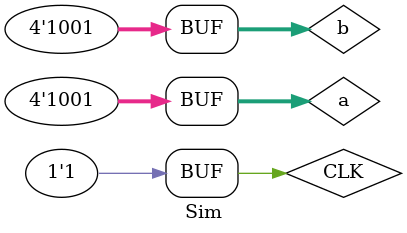
<source format=sv>
`timescale 1ns / 1ps
module Sim( );
    logic [3:0] a, b;
    logic [7:0] c;
    logic CLK;
    mult _(CLK,a,b,c);
    initial begin
        #0 a = 4'b0000;b=4'b0000;CLK=0;
        #10 a = 4'b0001;b=4'b0001;CLK=1;
        #10 a = 4'b0010;b=4'b0010;CLK=0;
        #10 a = 4'b0011;b=4'b0011;CLK=1;
        #10 a = 4'b0100;b=4'b0100;CLK=0;
        #10 a = 4'b0101;b=4'b0101;CLK=1;
        #10 a = 4'b0110;b=4'b0110;
        #10 a = 4'b0111;b=4'b0111;
        #10 a = 4'b1000;b=4'b1000;
        #10 a = 4'b1001;b=4'b1001;
    end
endmodule 
</source>
